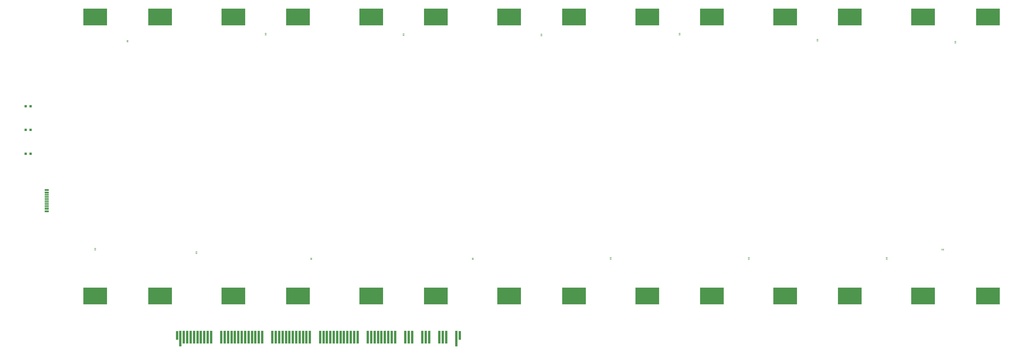
<source format=gtp>
G04*
G04 #@! TF.GenerationSoftware,Altium Limited,Altium Designer,18.1.7 (191)*
G04*
G04 Layer_Color=8421504*
%FSLAX44Y44*%
%MOMM*%
G71*
G01*
G75*
%ADD13R,7.0000X5.0000*%
%ADD14R,0.8000X0.8000*%
%ADD15R,0.2000X0.6000*%
%ADD16R,0.6000X0.2000*%
%ADD17R,1.1500X0.6000*%
%ADD18R,1.1500X0.3000*%
%ADD19R,0.7000X3.8000*%
%ADD20R,0.7000X2.6000*%
%ADD21R,0.7000X4.6000*%
D13*
X945000Y1000000D02*
D03*
Y1820000D02*
D03*
X755000D02*
D03*
X755000Y1000000D02*
D03*
X3185000Y1000000D02*
D03*
X3185000Y1820000D02*
D03*
X3375000D02*
D03*
Y1000000D02*
D03*
X2780000D02*
D03*
X2780000Y1820000D02*
D03*
X2970000D02*
D03*
Y1000000D02*
D03*
X2375000D02*
D03*
X2375000Y1820000D02*
D03*
X2565000D02*
D03*
Y1000000D02*
D03*
X1970000D02*
D03*
X1970000Y1820000D02*
D03*
X2160000D02*
D03*
Y1000000D02*
D03*
X1565000D02*
D03*
X1565000Y1820000D02*
D03*
X1755000D02*
D03*
Y1000000D02*
D03*
X1160000Y1000000D02*
D03*
X1160000Y1820000D02*
D03*
X1350000D02*
D03*
Y1000000D02*
D03*
D14*
X551000Y1558000D02*
D03*
X565000D02*
D03*
X551000Y1418000D02*
D03*
X565000D02*
D03*
X551000Y1488000D02*
D03*
X565000D02*
D03*
D15*
X3245000Y1136000D02*
D03*
X3241000D02*
D03*
D16*
X3280000Y1744000D02*
D03*
Y1748000D02*
D03*
X3078000Y1108000D02*
D03*
Y1112000D02*
D03*
X2875000Y1750000D02*
D03*
Y1754000D02*
D03*
X2673000Y1108000D02*
D03*
Y1112000D02*
D03*
X2470000Y1768000D02*
D03*
Y1772000D02*
D03*
X2268000Y1108000D02*
D03*
Y1112000D02*
D03*
X2065000Y1765000D02*
D03*
Y1769000D02*
D03*
X1863000Y1107000D02*
D03*
Y1111000D02*
D03*
X1660000Y1766000D02*
D03*
Y1770000D02*
D03*
X1389000Y1107000D02*
D03*
Y1111000D02*
D03*
X1255000Y1768000D02*
D03*
Y1772000D02*
D03*
X1052000Y1125000D02*
D03*
Y1129000D02*
D03*
X850000Y1747000D02*
D03*
Y1751000D02*
D03*
X755000Y1139000D02*
D03*
Y1135000D02*
D03*
D17*
X612970Y1249000D02*
D03*
X613000Y1256500D02*
D03*
X612970Y1303500D02*
D03*
Y1311000D02*
D03*
D18*
Y1262500D02*
D03*
Y1267500D02*
D03*
Y1272500D02*
D03*
X613000Y1277500D02*
D03*
X612970Y1282500D02*
D03*
Y1287500D02*
D03*
Y1292500D02*
D03*
Y1297500D02*
D03*
D19*
X1215000Y878500D02*
D03*
X1355000D02*
D03*
X1345000D02*
D03*
X1495000D02*
D03*
X1515000D02*
D03*
X1485000D02*
D03*
X1505000D02*
D03*
X1615000D02*
D03*
X1625000D02*
D03*
X1675000Y878500D02*
D03*
X1665000D02*
D03*
X1735000D02*
D03*
X1715000D02*
D03*
X1725000D02*
D03*
X1765000D02*
D03*
X1775000D02*
D03*
X1785000D02*
D03*
X1685000D02*
D03*
X1605000Y878500D02*
D03*
X1585000D02*
D03*
X1565000D02*
D03*
X1525000D02*
D03*
X1445000D02*
D03*
X1465000D02*
D03*
X1425000D02*
D03*
X1385000D02*
D03*
X1365000D02*
D03*
X1325000Y878500D02*
D03*
X1195000Y878500D02*
D03*
X1175000D02*
D03*
X1155000D02*
D03*
X1075000Y878500D02*
D03*
X1095000D02*
D03*
X1135000Y878500D02*
D03*
X1055000Y878500D02*
D03*
X1015000D02*
D03*
X1035000D02*
D03*
X1635000Y878500D02*
D03*
X1595000Y878500D02*
D03*
X1575000D02*
D03*
X1555000D02*
D03*
X1475000D02*
D03*
X1455000D02*
D03*
X1435000D02*
D03*
X1415000D02*
D03*
X1375000D02*
D03*
X1335000Y878500D02*
D03*
X1315000D02*
D03*
X1305000D02*
D03*
X1295000D02*
D03*
X1285000D02*
D03*
X1275000D02*
D03*
X1245000Y878500D02*
D03*
X1235000D02*
D03*
X1225000D02*
D03*
X1205000D02*
D03*
X1185000D02*
D03*
X1165000D02*
D03*
X1145000D02*
D03*
X1125000D02*
D03*
X1085000Y878500D02*
D03*
X1065000D02*
D03*
X1045000D02*
D03*
X1025000D02*
D03*
D20*
X1825000Y884000D02*
D03*
X995000D02*
D03*
D21*
X1815000Y874000D02*
D03*
X1005000D02*
D03*
M02*

</source>
